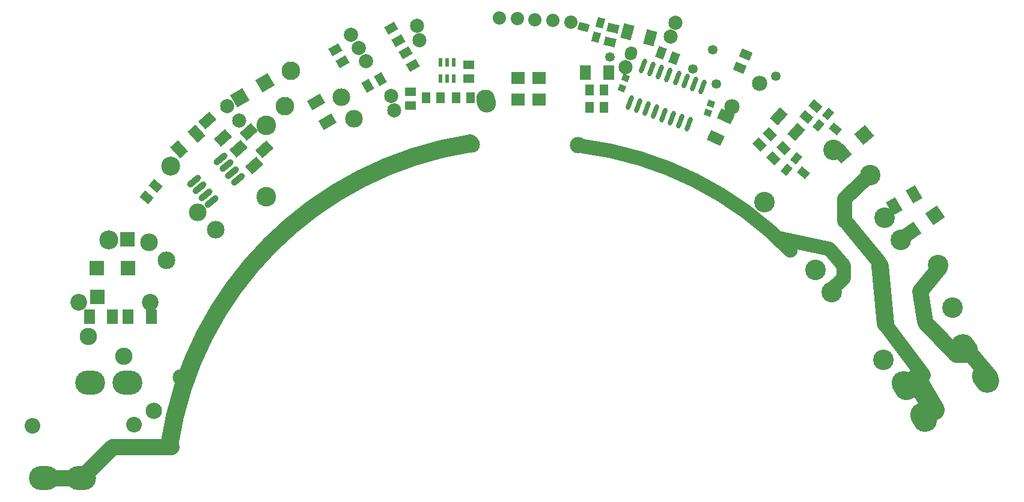
<source format=gbs>
G04 Layer: BottomSolderMaskLayer*
G04 EasyEDA Pro v1.9.29.eba1c1, 2023-03-01 16:56:33*
G04 Gerber Generator version 0.3*
G04 Scale: 100 percent, Rotated: No, Reflected: No*
G04 Dimensions in millimeters*
G04 Leading zeros omitted, absolute positions, 3 integers and 3 decimals*
%FSLAX33Y33*%
%MOMM*%
%AMOval*1,1,$1,$2,$3*1,1,$1,$4,$5*20,1,$1,$2,$3,$4,$5,0*%
%AMRect*21,1,$1,$2,0,0,$3*%
%ADD10C,2.5*%
%ADD11C,2.159*%
%ADD12C,2.413*%
%ADD13C,2.000001*%
%ADD14C,2.286*%
%ADD15C,2.3*%
%ADD16C,2.032*%
%ADD17C,2.9464*%
%ADD18C,2.155419*%
%ADD19C,1.992295*%
%ADD20Oval,1.7032X0.049438X0.13583X-0.049438X-0.13583*%
%ADD21C,2.616126*%
%ADD22C,2.616121*%
%ADD23C,2.494443*%
%ADD24C,2.364791*%
%ADD25C,2.443584*%
%ADD26Oval,3.383201X0.409999X0.0X-0.409999X0.0*%
%ADD27Oval,3.383201X-0.205X0.35507X0.205X-0.35507*%
%ADD28Oval,3.383201X-0.235166X0.335852X0.235166X-0.335852*%
%ADD29C,2.669113*%
%ADD30C,2.669108*%
%ADD31C,2.303201*%
%ADD32C,2.770309*%
%ADD33C,1.99229*%
%ADD34C,2.008139*%
%ADD35C,2.008134*%
%ADD36C,2.322652*%
%ADD37C,2.203201*%
%ADD38C,1.876184*%
%ADD39C,1.876189*%
%ADD40R,1.5032X2.103199*%
%ADD41Rect,1.5032X2.103199X-138.0*%
%ADD42Rect,1.5032X2.103199X132.0*%
%ADD43Rect,1.5032X2.103199X165.0*%
%ADD44Rect,1.5032X2.103199X138.0*%
%ADD45Rect,1.5032X2.103199X-150.0*%
%ADD46R,1.6032X1.203201*%
%ADD47Rect,1.6032X1.203201X30.0*%
%ADD48R,1.203201X1.6032*%
%ADD49R,1.203201X1.6032*%
%ADD50Rect,1.6032X1.203201X-40.0*%
%ADD51Rect,1.6032X1.203201X-150.0*%
%ADD52Rect,1.6032X1.203201X167.0*%
%ADD53Rect,1.6032X1.203201X135.0*%
%ADD54Rect,1.6032X1.203201X140.0*%
%ADD55Rect,1.6032X1.203201X300.0*%
%ADD56Rect,1.5032X2.103199X120.0*%
%ADD57R,2.003199X2.003199*%
%ADD58Rect,2.003199X2.003199X-150.0*%
%ADD59Rect,2.003199X2.003199X40.0*%
%ADD60Rect,2.003199X2.003199X35.0*%
%ADD61Oval,0.903201X-0.536231X-0.449951X0.536231X0.449951*%
%ADD62Rect,1.053201X1.4032X140.0*%
%ADD63Rect,1.5032X1.103201X140.0*%
%ADD64Rect,1.053201X1.4032X-15.0*%
%ADD65Rect,1.5032X1.103201X-15.0*%
%ADD66C,2.639273*%
%ADD67Rect,1.6032X1.203201X157.0*%
%ADD68R,1.903199X1.6532*%
%ADD69R,1.203201X1.6032*%
%ADD70Oval,0.675589X0.25036X0.687857X-0.25036X-0.687857*%
%ADD71Rect,1.5032X2.103199X-115.0*%
%ADD72Rect,0.901598X1.001598X70.0*%
%ADD73Rect,0.908075X0.965606X250.0*%
%ADD74R,0.633603X1.173607*%
%ADD75Rect,1.6032X1.203201X70.0*%
%ADD76C,2.8956*%
%ADD77C,1.3462*%
G75*


G04 PolygonModel Start*
G54D10*
G01X670124Y603130D02*
G03X627766Y560614I7776J-50105D01*
G54D11*
G01X723392Y591693D02*
G01X727710Y586486D01*
G01X723138Y595630D02*
G01X726292Y598637D01*
G01X722884Y592201D02*
G01X722884Y595376D01*
G54D12*
G01X728599Y577723D02*
G01X727837Y585851D01*
G54D13*
G01X715264Y588010D02*
G03X685800Y602778I-35644J-34338D01*
G54D14*
G01X736242Y585580D02*
G01X733552Y582295D01*
G01X734187Y577977D01*
G01X734314Y577850D02*
G01X738600Y573310D01*
G01X740745D01*
G01X743331Y570230D01*
G54D15*
G01X628032Y560324D02*
G01X619732Y560324D01*
G01X615300Y555892D01*
G01X610105D01*
G54D16*
G01X713994Y589661D02*
G01X720725Y588264D01*
G01X722757Y585851D01*
G01Y584073D01*
G01X720878Y582439D01*
G54D17*
G01X735457Y565531D02*
G01X732917Y569849D01*
G54D11*
G01X733933Y570484D02*
G01X728599Y577596D01*
G04 PolygonModel End*

G04 Pad Start*
G54D18*
G01X710878Y611623D03*
G01X707015Y608275D03*
G54D19*
G01X699103Y620140D03*
G01X698392Y618189D03*
G54D20*
G01X692766Y615870D03*
G54D19*
G01X692055Y613919D03*
G01X663027Y617720D03*
G01X662666Y619765D03*
G01X659043Y609862D03*
G01X659404Y607817D03*
G54D21*
G01X644003Y608356D03*
G54D22*
G01X644897Y613428D03*
G54D23*
G01X652012Y609628D03*
G01X653766Y606590D03*
G01X631779Y593418D03*
G01X634259Y590937D03*
G01X624896Y589147D03*
G01X627376Y586667D03*
G54D24*
G01X625098Y580689D03*
G01X615001Y580737D03*
G54D25*
G01X616338Y575875D03*
G01X621351Y573054D03*
G54D26*
G01X616627Y569341D03*
G01X621822Y569341D03*
G01X610105Y555892D03*
G01X615300Y555892D03*
G54D27*
G01X734004Y564428D03*
G01X731407Y568927D03*
G54D28*
G01X742791Y569925D03*
G01X739811Y574180D03*
G54D29*
G01X627948Y599898D03*
G54D30*
G01X619202Y589543D03*
G54D31*
G01X625560Y565361D03*
G01X629378Y570124D03*
G54D32*
G01X641413Y595607D03*
G01X641440Y605679D03*
G54D33*
G01X637623Y606330D03*
G01X635910Y608372D03*
G54D34*
G01X653368Y618434D03*
G54D35*
G01X654426Y616602D03*
G54D34*
G01X655483Y614770D03*
G54D36*
G01X685342Y602848D03*
G01X670320Y602959D03*
G54D37*
G01X622799Y563409D03*
G01X608435Y563292D03*
G54D38*
G01X684360Y620277D03*
G54D39*
G01X681832Y620478D03*
G01X679253Y620595D03*
G01X676759Y620762D03*
G01X674281Y620796D03*
G54D40*
G01X616478Y578688D03*
G01X619768Y578688D03*
G01X621954Y578688D03*
G01X625244Y578688D03*
G54D41*
G01X629128Y602274D03*
G01X631573Y604475D03*
G54D42*
G01X637472Y602420D03*
G01X639673Y599975D03*
G01X638990Y604716D03*
G01X641191Y602271D03*
G01X633148Y606389D03*
G01X635350Y603944D03*
G54D40*
G01X686365Y613154D03*
G01X689655Y613154D03*
G54D43*
G01X692321Y618931D03*
G01X695499Y618079D03*
G54D44*
G01X713659Y606992D03*
G01X716104Y604791D03*
G54D45*
G01X729864Y594292D03*
G01X732713Y595936D03*
G54D46*
G01X661718Y610463D03*
G01X661718Y608443D03*
G54D47*
G01X661060Y615925D03*
G01X662070Y614176D03*
G54D48*
G01X665962Y609552D03*
G01X663942Y609552D03*
G54D49*
G01X670153Y609552D03*
G01X668133Y609552D03*
G54D50*
G01X625815Y597091D03*
G01X624517Y595544D03*
G54D51*
G01X652126Y614625D03*
G01X651116Y616374D03*
G01X659994Y617626D03*
G01X658984Y619375D03*
G54D52*
G01X689814Y617473D03*
G01X690269Y619440D03*
G54D53*
G01X710937Y602950D03*
G01X712365Y604378D03*
G01X712842Y601045D03*
G01X714270Y602473D03*
G54D54*
G01X717486Y606836D03*
G01X718784Y608383D03*
G54D55*
G01X657454Y612242D03*
G01X655705Y611232D03*
G54D56*
G01X648410Y609008D03*
G01X650055Y606159D03*
G54D57*
G01X617554Y585554D03*
G01X617580Y581509D03*
G01X621867Y589610D03*
G01X621894Y585565D03*
G54D58*
G01X637720Y609614D03*
G01X641210Y611660D03*
G54D59*
G01X725627Y604339D03*
G01X722546Y601718D03*
G54D60*
G01X735661Y593011D03*
G01X732362Y590669D03*
G54D61*
G01X631227Y597824D03*
G01X632043Y596851D03*
G01X632859Y595878D03*
G01X633676Y594905D03*
G01X637423Y598050D03*
G01X636607Y599023D03*
G01X635790Y599996D03*
G01X634974Y600968D03*
G54D62*
G01X719205Y605657D03*
G01X720557Y607268D03*
G54D63*
G01X721543Y605191D03*
G54D64*
G01X688441Y620128D03*
G01X687896Y618096D03*
G54D65*
G01X686124Y619562D03*
G54D66*
G01X672371Y609108D03*
G01X672280Y609446D03*
G01X672456Y608790D03*
G54D62*
G01X714760Y599434D03*
G01X716112Y601045D03*
G54D63*
G01X717098Y598968D03*
G54D67*
G01X708159Y613826D03*
G01X708948Y615685D03*
G54D68*
G01X679826Y609349D03*
G01X679826Y612359D03*
G54D69*
G01X686969Y608251D03*
G01X688989Y608251D03*
G01X686969Y610664D03*
G01X688989Y610664D03*
G54D68*
G01X676905Y609349D03*
G01X676905Y612359D03*
G54D70*
G01X694508Y614103D03*
G01X695702Y613669D03*
G01X696895Y613235D03*
G01X698088Y612800D03*
G01X699282Y612366D03*
G01X700475Y611932D03*
G01X701669Y611497D03*
G01X702862Y611063D03*
G01X692614Y608899D03*
G01X693807Y608465D03*
G01X695001Y608030D03*
G01X696194Y607596D03*
G01X697388Y607162D03*
G01X698581Y606727D03*
G01X699774Y606293D03*
G01X700968Y605859D03*
G54D71*
G01X704759Y603942D03*
G01X706150Y606924D03*
G54D72*
G01X704073Y608734D03*
G01X703595Y607418D03*
G54D73*
G01X691511Y610924D03*
G01X692027Y612340D03*
G54D74*
G01X667827Y612261D03*
G01X666877Y612261D03*
G01X665927Y612261D03*
G01X665927Y614559D03*
G01X666877Y614559D03*
G01X667827Y614559D03*
G54D46*
G01X669973Y614273D03*
G01X669973Y612253D03*
G54D75*
G01X696999Y615885D03*
G01X698897Y615194D03*
G54D76*
G01X721096Y582178D03*
G01X736047Y585933D03*
G01X738061Y579937D03*
G01X730839Y589521D03*
G01X728317Y572596D03*
G01X711571Y594878D03*
G01X726522Y598633D03*
G01X728536Y592637D03*
G01X721314Y602221D03*
G01X718792Y585296D03*
G54D77*
G01X704850Y611505D03*
G01X701548Y613664D03*
G01X713208Y612661D03*
G01X704342Y616331D03*
G01X689864Y615315D03*
G04 Pad End*

M02*

</source>
